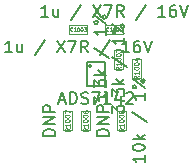
<source format=gbr>
G04 #@! TF.GenerationSoftware,KiCad,Pcbnew,(5.1.6-14-g3ac0951e1-dirty)*
G04 #@! TF.CreationDate,2021-04-17T10:51:59+02:00*
G04 #@! TF.ProjectId,A003.0000017200_DM.ADS7142.BOB,41303033-2e30-4303-9030-303137323030,rev?*
G04 #@! TF.SameCoordinates,Original*
G04 #@! TF.FileFunction,Other,Fab,Top*
%FSLAX46Y46*%
G04 Gerber Fmt 4.6, Leading zero omitted, Abs format (unit mm)*
G04 Created by KiCad (PCBNEW (5.1.6-14-g3ac0951e1-dirty)) date 2021-04-17 10:51:59*
%MOMM*%
%LPD*%
G01*
G04 APERTURE LIST*
%ADD10C,0.100000*%
%ADD11C,0.152400*%
%ADD12C,0.150000*%
%ADD13C,0.075000*%
G04 APERTURE END LIST*
D10*
X134512000Y-84620000D02*
X133712000Y-84620000D01*
X134512000Y-83020000D02*
X134512000Y-84620000D01*
X133712000Y-83020000D02*
X134512000Y-83020000D01*
X133712000Y-84620000D02*
X133712000Y-83020000D01*
X134982000Y-78575000D02*
X135782000Y-78575000D01*
X134982000Y-80175000D02*
X134982000Y-78575000D01*
X135782000Y-80175000D02*
X134982000Y-80175000D01*
X135782000Y-78575000D02*
X135782000Y-80175000D01*
X133458000Y-77813000D02*
X134258000Y-77813000D01*
X133458000Y-79413000D02*
X133458000Y-77813000D01*
X134258000Y-79413000D02*
X133458000Y-79413000D01*
X134258000Y-77813000D02*
X134258000Y-79413000D01*
D11*
X132728000Y-80908002D02*
X132728000Y-78857998D01*
X131178000Y-80908002D02*
X132728000Y-80908002D01*
X131178000Y-80908002D02*
X131178000Y-78857998D01*
X131178000Y-78857998D02*
X132728000Y-78857998D01*
X131603001Y-79182999D02*
G75*
G03*
X131603001Y-79182999I-150000J0D01*
G01*
D10*
X129140000Y-83020000D02*
X129940000Y-83020000D01*
X129140000Y-84620000D02*
X129140000Y-83020000D01*
X129940000Y-84620000D02*
X129140000Y-84620000D01*
X129940000Y-83020000D02*
X129940000Y-84620000D01*
X131464000Y-84620000D02*
X130664000Y-84620000D01*
X131464000Y-83020000D02*
X131464000Y-84620000D01*
X130664000Y-83020000D02*
X131464000Y-83020000D01*
X130664000Y-84620000D02*
X130664000Y-83020000D01*
X134277000Y-76473000D02*
X132677000Y-76473000D01*
X132677000Y-76473000D02*
X132677000Y-75673000D01*
X132677000Y-75673000D02*
X134277000Y-75673000D01*
X134277000Y-75673000D02*
X134277000Y-76473000D01*
X129629000Y-75673000D02*
X131229000Y-75673000D01*
X131229000Y-75673000D02*
X131229000Y-76473000D01*
X131229000Y-76473000D02*
X129629000Y-76473000D01*
X129629000Y-76473000D02*
X129629000Y-75673000D01*
D12*
X136064380Y-86748571D02*
X136064380Y-87320000D01*
X136064380Y-87034285D02*
X135064380Y-87034285D01*
X135207238Y-87129523D01*
X135302476Y-87224761D01*
X135350095Y-87320000D01*
X135064380Y-86129523D02*
X135064380Y-86034285D01*
X135112000Y-85939047D01*
X135159619Y-85891428D01*
X135254857Y-85843809D01*
X135445333Y-85796190D01*
X135683428Y-85796190D01*
X135873904Y-85843809D01*
X135969142Y-85891428D01*
X136016761Y-85939047D01*
X136064380Y-86034285D01*
X136064380Y-86129523D01*
X136016761Y-86224761D01*
X135969142Y-86272380D01*
X135873904Y-86320000D01*
X135683428Y-86367619D01*
X135445333Y-86367619D01*
X135254857Y-86320000D01*
X135159619Y-86272380D01*
X135112000Y-86224761D01*
X135064380Y-86129523D01*
X136064380Y-85367619D02*
X135064380Y-85367619D01*
X135683428Y-85272380D02*
X136064380Y-84986666D01*
X135397714Y-84986666D02*
X135778666Y-85367619D01*
X135016761Y-83081904D02*
X136302476Y-83939047D01*
X136064380Y-81462857D02*
X136064380Y-82034285D01*
X136064380Y-81748571D02*
X135064380Y-81748571D01*
X135207238Y-81843809D01*
X135302476Y-81939047D01*
X135350095Y-82034285D01*
X136064380Y-81081904D02*
X135064380Y-80320000D01*
X135064380Y-80939047D02*
X135112000Y-80843809D01*
X135207238Y-80796190D01*
X135302476Y-80843809D01*
X135350095Y-80939047D01*
X135302476Y-81034285D01*
X135207238Y-81081904D01*
X135112000Y-81034285D01*
X135064380Y-80939047D01*
X136016761Y-80367619D02*
X135921523Y-80320000D01*
X135826285Y-80367619D01*
X135778666Y-80462857D01*
X135826285Y-80558095D01*
X135921523Y-80605714D01*
X136016761Y-80558095D01*
X136064380Y-80462857D01*
X136016761Y-80367619D01*
D13*
X134292952Y-84458095D02*
X134102476Y-84591428D01*
X134292952Y-84686666D02*
X133892952Y-84686666D01*
X133892952Y-84534285D01*
X133912000Y-84496190D01*
X133931047Y-84477142D01*
X133969142Y-84458095D01*
X134026285Y-84458095D01*
X134064380Y-84477142D01*
X134083428Y-84496190D01*
X134102476Y-84534285D01*
X134102476Y-84686666D01*
X134292952Y-84077142D02*
X134292952Y-84305714D01*
X134292952Y-84191428D02*
X133892952Y-84191428D01*
X133950095Y-84229523D01*
X133988190Y-84267619D01*
X134007238Y-84305714D01*
X133892952Y-83829523D02*
X133892952Y-83791428D01*
X133912000Y-83753333D01*
X133931047Y-83734285D01*
X133969142Y-83715238D01*
X134045333Y-83696190D01*
X134140571Y-83696190D01*
X134216761Y-83715238D01*
X134254857Y-83734285D01*
X134273904Y-83753333D01*
X134292952Y-83791428D01*
X134292952Y-83829523D01*
X134273904Y-83867619D01*
X134254857Y-83886666D01*
X134216761Y-83905714D01*
X134140571Y-83924761D01*
X134045333Y-83924761D01*
X133969142Y-83905714D01*
X133931047Y-83886666D01*
X133912000Y-83867619D01*
X133892952Y-83829523D01*
X133892952Y-83448571D02*
X133892952Y-83410476D01*
X133912000Y-83372380D01*
X133931047Y-83353333D01*
X133969142Y-83334285D01*
X134045333Y-83315238D01*
X134140571Y-83315238D01*
X134216761Y-83334285D01*
X134254857Y-83353333D01*
X134273904Y-83372380D01*
X134292952Y-83410476D01*
X134292952Y-83448571D01*
X134273904Y-83486666D01*
X134254857Y-83505714D01*
X134216761Y-83524761D01*
X134140571Y-83543809D01*
X134045333Y-83543809D01*
X133969142Y-83524761D01*
X133931047Y-83505714D01*
X133912000Y-83486666D01*
X133892952Y-83448571D01*
X133892952Y-82953333D02*
X133892952Y-83143809D01*
X134083428Y-83162857D01*
X134064380Y-83143809D01*
X134045333Y-83105714D01*
X134045333Y-83010476D01*
X134064380Y-82972380D01*
X134083428Y-82953333D01*
X134121523Y-82934285D01*
X134216761Y-82934285D01*
X134254857Y-82953333D01*
X134273904Y-82972380D01*
X134292952Y-83010476D01*
X134292952Y-83105714D01*
X134273904Y-83143809D01*
X134254857Y-83162857D01*
D12*
X133334380Y-83160714D02*
X133334380Y-82541666D01*
X133715333Y-82875000D01*
X133715333Y-82732142D01*
X133762952Y-82636904D01*
X133810571Y-82589285D01*
X133905809Y-82541666D01*
X134143904Y-82541666D01*
X134239142Y-82589285D01*
X134286761Y-82636904D01*
X134334380Y-82732142D01*
X134334380Y-83017857D01*
X134286761Y-83113095D01*
X134239142Y-83160714D01*
X134239142Y-82113095D02*
X134286761Y-82065476D01*
X134334380Y-82113095D01*
X134286761Y-82160714D01*
X134239142Y-82113095D01*
X134334380Y-82113095D01*
X133334380Y-81732142D02*
X133334380Y-81113095D01*
X133715333Y-81446428D01*
X133715333Y-81303571D01*
X133762952Y-81208333D01*
X133810571Y-81160714D01*
X133905809Y-81113095D01*
X134143904Y-81113095D01*
X134239142Y-81160714D01*
X134286761Y-81208333D01*
X134334380Y-81303571D01*
X134334380Y-81589285D01*
X134286761Y-81684523D01*
X134239142Y-81732142D01*
X134334380Y-80684523D02*
X133334380Y-80684523D01*
X133953428Y-80589285D02*
X134334380Y-80303571D01*
X133667714Y-80303571D02*
X134048666Y-80684523D01*
X133286761Y-78398809D02*
X134572476Y-79255952D01*
X134334380Y-76779761D02*
X134334380Y-77351190D01*
X134334380Y-77065476D02*
X133334380Y-77065476D01*
X133477238Y-77160714D01*
X133572476Y-77255952D01*
X133620095Y-77351190D01*
X134334380Y-76398809D02*
X133334380Y-75636904D01*
X133334380Y-76255952D02*
X133382000Y-76160714D01*
X133477238Y-76113095D01*
X133572476Y-76160714D01*
X133620095Y-76255952D01*
X133572476Y-76351190D01*
X133477238Y-76398809D01*
X133382000Y-76351190D01*
X133334380Y-76255952D01*
X134286761Y-75684523D02*
X134191523Y-75636904D01*
X134096285Y-75684523D01*
X134048666Y-75779761D01*
X134096285Y-75875000D01*
X134191523Y-75922619D01*
X134286761Y-75875000D01*
X134334380Y-75779761D01*
X134286761Y-75684523D01*
D13*
X135562952Y-80013095D02*
X135372476Y-80146428D01*
X135562952Y-80241666D02*
X135162952Y-80241666D01*
X135162952Y-80089285D01*
X135182000Y-80051190D01*
X135201047Y-80032142D01*
X135239142Y-80013095D01*
X135296285Y-80013095D01*
X135334380Y-80032142D01*
X135353428Y-80051190D01*
X135372476Y-80089285D01*
X135372476Y-80241666D01*
X135562952Y-79632142D02*
X135562952Y-79860714D01*
X135562952Y-79746428D02*
X135162952Y-79746428D01*
X135220095Y-79784523D01*
X135258190Y-79822619D01*
X135277238Y-79860714D01*
X135162952Y-79384523D02*
X135162952Y-79346428D01*
X135182000Y-79308333D01*
X135201047Y-79289285D01*
X135239142Y-79270238D01*
X135315333Y-79251190D01*
X135410571Y-79251190D01*
X135486761Y-79270238D01*
X135524857Y-79289285D01*
X135543904Y-79308333D01*
X135562952Y-79346428D01*
X135562952Y-79384523D01*
X135543904Y-79422619D01*
X135524857Y-79441666D01*
X135486761Y-79460714D01*
X135410571Y-79479761D01*
X135315333Y-79479761D01*
X135239142Y-79460714D01*
X135201047Y-79441666D01*
X135182000Y-79422619D01*
X135162952Y-79384523D01*
X135162952Y-79003571D02*
X135162952Y-78965476D01*
X135182000Y-78927380D01*
X135201047Y-78908333D01*
X135239142Y-78889285D01*
X135315333Y-78870238D01*
X135410571Y-78870238D01*
X135486761Y-78889285D01*
X135524857Y-78908333D01*
X135543904Y-78927380D01*
X135562952Y-78965476D01*
X135562952Y-79003571D01*
X135543904Y-79041666D01*
X135524857Y-79060714D01*
X135486761Y-79079761D01*
X135410571Y-79098809D01*
X135315333Y-79098809D01*
X135239142Y-79079761D01*
X135201047Y-79060714D01*
X135182000Y-79041666D01*
X135162952Y-79003571D01*
X135296285Y-78527380D02*
X135562952Y-78527380D01*
X135143904Y-78622619D02*
X135429619Y-78717857D01*
X135429619Y-78470238D01*
D12*
X131810380Y-82398714D02*
X131810380Y-81779666D01*
X132191333Y-82113000D01*
X132191333Y-81970142D01*
X132238952Y-81874904D01*
X132286571Y-81827285D01*
X132381809Y-81779666D01*
X132619904Y-81779666D01*
X132715142Y-81827285D01*
X132762761Y-81874904D01*
X132810380Y-81970142D01*
X132810380Y-82255857D01*
X132762761Y-82351095D01*
X132715142Y-82398714D01*
X132715142Y-81351095D02*
X132762761Y-81303476D01*
X132810380Y-81351095D01*
X132762761Y-81398714D01*
X132715142Y-81351095D01*
X132810380Y-81351095D01*
X131810380Y-80970142D02*
X131810380Y-80351095D01*
X132191333Y-80684428D01*
X132191333Y-80541571D01*
X132238952Y-80446333D01*
X132286571Y-80398714D01*
X132381809Y-80351095D01*
X132619904Y-80351095D01*
X132715142Y-80398714D01*
X132762761Y-80446333D01*
X132810380Y-80541571D01*
X132810380Y-80827285D01*
X132762761Y-80922523D01*
X132715142Y-80970142D01*
X132810380Y-79922523D02*
X131810380Y-79922523D01*
X132429428Y-79827285D02*
X132810380Y-79541571D01*
X132143714Y-79541571D02*
X132524666Y-79922523D01*
X131762761Y-77636809D02*
X133048476Y-78493952D01*
X132810380Y-76017761D02*
X132810380Y-76589190D01*
X132810380Y-76303476D02*
X131810380Y-76303476D01*
X131953238Y-76398714D01*
X132048476Y-76493952D01*
X132096095Y-76589190D01*
X132810380Y-75636809D02*
X131810380Y-74874904D01*
X131810380Y-75493952D02*
X131858000Y-75398714D01*
X131953238Y-75351095D01*
X132048476Y-75398714D01*
X132096095Y-75493952D01*
X132048476Y-75589190D01*
X131953238Y-75636809D01*
X131858000Y-75589190D01*
X131810380Y-75493952D01*
X132762761Y-74922523D02*
X132667523Y-74874904D01*
X132572285Y-74922523D01*
X132524666Y-75017761D01*
X132572285Y-75113000D01*
X132667523Y-75160619D01*
X132762761Y-75113000D01*
X132810380Y-75017761D01*
X132762761Y-74922523D01*
D13*
X134038952Y-79251095D02*
X133848476Y-79384428D01*
X134038952Y-79479666D02*
X133638952Y-79479666D01*
X133638952Y-79327285D01*
X133658000Y-79289190D01*
X133677047Y-79270142D01*
X133715142Y-79251095D01*
X133772285Y-79251095D01*
X133810380Y-79270142D01*
X133829428Y-79289190D01*
X133848476Y-79327285D01*
X133848476Y-79479666D01*
X134038952Y-78870142D02*
X134038952Y-79098714D01*
X134038952Y-78984428D02*
X133638952Y-78984428D01*
X133696095Y-79022523D01*
X133734190Y-79060619D01*
X133753238Y-79098714D01*
X133638952Y-78622523D02*
X133638952Y-78584428D01*
X133658000Y-78546333D01*
X133677047Y-78527285D01*
X133715142Y-78508238D01*
X133791333Y-78489190D01*
X133886571Y-78489190D01*
X133962761Y-78508238D01*
X134000857Y-78527285D01*
X134019904Y-78546333D01*
X134038952Y-78584428D01*
X134038952Y-78622523D01*
X134019904Y-78660619D01*
X134000857Y-78679666D01*
X133962761Y-78698714D01*
X133886571Y-78717761D01*
X133791333Y-78717761D01*
X133715142Y-78698714D01*
X133677047Y-78679666D01*
X133658000Y-78660619D01*
X133638952Y-78622523D01*
X133638952Y-78241571D02*
X133638952Y-78203476D01*
X133658000Y-78165380D01*
X133677047Y-78146333D01*
X133715142Y-78127285D01*
X133791333Y-78108238D01*
X133886571Y-78108238D01*
X133962761Y-78127285D01*
X134000857Y-78146333D01*
X134019904Y-78165380D01*
X134038952Y-78203476D01*
X134038952Y-78241571D01*
X134019904Y-78279666D01*
X134000857Y-78298714D01*
X133962761Y-78317761D01*
X133886571Y-78336809D01*
X133791333Y-78336809D01*
X133715142Y-78317761D01*
X133677047Y-78298714D01*
X133658000Y-78279666D01*
X133638952Y-78241571D01*
X133638952Y-77974904D02*
X133638952Y-77727285D01*
X133791333Y-77860619D01*
X133791333Y-77803476D01*
X133810380Y-77765380D01*
X133829428Y-77746333D01*
X133867523Y-77727285D01*
X133962761Y-77727285D01*
X134000857Y-77746333D01*
X134019904Y-77765380D01*
X134038952Y-77803476D01*
X134038952Y-77917761D01*
X134019904Y-77955857D01*
X134000857Y-77974904D01*
D12*
X128858952Y-82099666D02*
X129335142Y-82099666D01*
X128763714Y-82385380D02*
X129097047Y-81385380D01*
X129430380Y-82385380D01*
X129763714Y-82385380D02*
X129763714Y-81385380D01*
X130001809Y-81385380D01*
X130144666Y-81433000D01*
X130239904Y-81528238D01*
X130287523Y-81623476D01*
X130335142Y-81813952D01*
X130335142Y-81956809D01*
X130287523Y-82147285D01*
X130239904Y-82242523D01*
X130144666Y-82337761D01*
X130001809Y-82385380D01*
X129763714Y-82385380D01*
X130716095Y-82337761D02*
X130858952Y-82385380D01*
X131097047Y-82385380D01*
X131192285Y-82337761D01*
X131239904Y-82290142D01*
X131287523Y-82194904D01*
X131287523Y-82099666D01*
X131239904Y-82004428D01*
X131192285Y-81956809D01*
X131097047Y-81909190D01*
X130906571Y-81861571D01*
X130811333Y-81813952D01*
X130763714Y-81766333D01*
X130716095Y-81671095D01*
X130716095Y-81575857D01*
X130763714Y-81480619D01*
X130811333Y-81433000D01*
X130906571Y-81385380D01*
X131144666Y-81385380D01*
X131287523Y-81433000D01*
X131620857Y-81385380D02*
X132287523Y-81385380D01*
X131858952Y-82385380D01*
X133192285Y-82385380D02*
X132620857Y-82385380D01*
X132906571Y-82385380D02*
X132906571Y-81385380D01*
X132811333Y-81528238D01*
X132716095Y-81623476D01*
X132620857Y-81671095D01*
X134049428Y-81718714D02*
X134049428Y-82385380D01*
X133811333Y-81337761D02*
X133573238Y-82052047D01*
X134192285Y-82052047D01*
X134525619Y-81480619D02*
X134573238Y-81433000D01*
X134668476Y-81385380D01*
X134906571Y-81385380D01*
X135001809Y-81433000D01*
X135049428Y-81480619D01*
X135097047Y-81575857D01*
X135097047Y-81671095D01*
X135049428Y-81813952D01*
X134478000Y-82385380D01*
X135097047Y-82385380D01*
X128492380Y-85105714D02*
X127492380Y-85105714D01*
X127492380Y-84867619D01*
X127540000Y-84724761D01*
X127635238Y-84629523D01*
X127730476Y-84581904D01*
X127920952Y-84534285D01*
X128063809Y-84534285D01*
X128254285Y-84581904D01*
X128349523Y-84629523D01*
X128444761Y-84724761D01*
X128492380Y-84867619D01*
X128492380Y-85105714D01*
X128492380Y-84105714D02*
X127492380Y-84105714D01*
X128492380Y-83534285D01*
X127492380Y-83534285D01*
X128492380Y-83058095D02*
X127492380Y-83058095D01*
X127492380Y-82677142D01*
X127540000Y-82581904D01*
X127587619Y-82534285D01*
X127682857Y-82486666D01*
X127825714Y-82486666D01*
X127920952Y-82534285D01*
X127968571Y-82581904D01*
X128016190Y-82677142D01*
X128016190Y-83058095D01*
D13*
X129720952Y-84458095D02*
X129530476Y-84591428D01*
X129720952Y-84686666D02*
X129320952Y-84686666D01*
X129320952Y-84534285D01*
X129340000Y-84496190D01*
X129359047Y-84477142D01*
X129397142Y-84458095D01*
X129454285Y-84458095D01*
X129492380Y-84477142D01*
X129511428Y-84496190D01*
X129530476Y-84534285D01*
X129530476Y-84686666D01*
X129720952Y-84077142D02*
X129720952Y-84305714D01*
X129720952Y-84191428D02*
X129320952Y-84191428D01*
X129378095Y-84229523D01*
X129416190Y-84267619D01*
X129435238Y-84305714D01*
X129320952Y-83829523D02*
X129320952Y-83791428D01*
X129340000Y-83753333D01*
X129359047Y-83734285D01*
X129397142Y-83715238D01*
X129473333Y-83696190D01*
X129568571Y-83696190D01*
X129644761Y-83715238D01*
X129682857Y-83734285D01*
X129701904Y-83753333D01*
X129720952Y-83791428D01*
X129720952Y-83829523D01*
X129701904Y-83867619D01*
X129682857Y-83886666D01*
X129644761Y-83905714D01*
X129568571Y-83924761D01*
X129473333Y-83924761D01*
X129397142Y-83905714D01*
X129359047Y-83886666D01*
X129340000Y-83867619D01*
X129320952Y-83829523D01*
X129320952Y-83448571D02*
X129320952Y-83410476D01*
X129340000Y-83372380D01*
X129359047Y-83353333D01*
X129397142Y-83334285D01*
X129473333Y-83315238D01*
X129568571Y-83315238D01*
X129644761Y-83334285D01*
X129682857Y-83353333D01*
X129701904Y-83372380D01*
X129720952Y-83410476D01*
X129720952Y-83448571D01*
X129701904Y-83486666D01*
X129682857Y-83505714D01*
X129644761Y-83524761D01*
X129568571Y-83543809D01*
X129473333Y-83543809D01*
X129397142Y-83524761D01*
X129359047Y-83505714D01*
X129340000Y-83486666D01*
X129320952Y-83448571D01*
X129320952Y-83181904D02*
X129320952Y-82915238D01*
X129720952Y-83086666D01*
D12*
X133016380Y-85105714D02*
X132016380Y-85105714D01*
X132016380Y-84867619D01*
X132064000Y-84724761D01*
X132159238Y-84629523D01*
X132254476Y-84581904D01*
X132444952Y-84534285D01*
X132587809Y-84534285D01*
X132778285Y-84581904D01*
X132873523Y-84629523D01*
X132968761Y-84724761D01*
X133016380Y-84867619D01*
X133016380Y-85105714D01*
X133016380Y-84105714D02*
X132016380Y-84105714D01*
X133016380Y-83534285D01*
X132016380Y-83534285D01*
X133016380Y-83058095D02*
X132016380Y-83058095D01*
X132016380Y-82677142D01*
X132064000Y-82581904D01*
X132111619Y-82534285D01*
X132206857Y-82486666D01*
X132349714Y-82486666D01*
X132444952Y-82534285D01*
X132492571Y-82581904D01*
X132540190Y-82677142D01*
X132540190Y-83058095D01*
D13*
X131244952Y-84458095D02*
X131054476Y-84591428D01*
X131244952Y-84686666D02*
X130844952Y-84686666D01*
X130844952Y-84534285D01*
X130864000Y-84496190D01*
X130883047Y-84477142D01*
X130921142Y-84458095D01*
X130978285Y-84458095D01*
X131016380Y-84477142D01*
X131035428Y-84496190D01*
X131054476Y-84534285D01*
X131054476Y-84686666D01*
X131244952Y-84077142D02*
X131244952Y-84305714D01*
X131244952Y-84191428D02*
X130844952Y-84191428D01*
X130902095Y-84229523D01*
X130940190Y-84267619D01*
X130959238Y-84305714D01*
X130844952Y-83829523D02*
X130844952Y-83791428D01*
X130864000Y-83753333D01*
X130883047Y-83734285D01*
X130921142Y-83715238D01*
X130997333Y-83696190D01*
X131092571Y-83696190D01*
X131168761Y-83715238D01*
X131206857Y-83734285D01*
X131225904Y-83753333D01*
X131244952Y-83791428D01*
X131244952Y-83829523D01*
X131225904Y-83867619D01*
X131206857Y-83886666D01*
X131168761Y-83905714D01*
X131092571Y-83924761D01*
X130997333Y-83924761D01*
X130921142Y-83905714D01*
X130883047Y-83886666D01*
X130864000Y-83867619D01*
X130844952Y-83829523D01*
X130844952Y-83448571D02*
X130844952Y-83410476D01*
X130864000Y-83372380D01*
X130883047Y-83353333D01*
X130921142Y-83334285D01*
X130997333Y-83315238D01*
X131092571Y-83315238D01*
X131168761Y-83334285D01*
X131206857Y-83353333D01*
X131225904Y-83372380D01*
X131244952Y-83410476D01*
X131244952Y-83448571D01*
X131225904Y-83486666D01*
X131206857Y-83505714D01*
X131168761Y-83524761D01*
X131092571Y-83543809D01*
X130997333Y-83543809D01*
X130921142Y-83524761D01*
X130883047Y-83505714D01*
X130864000Y-83486666D01*
X130844952Y-83448571D01*
X130844952Y-82972380D02*
X130844952Y-83048571D01*
X130864000Y-83086666D01*
X130883047Y-83105714D01*
X130940190Y-83143809D01*
X131016380Y-83162857D01*
X131168761Y-83162857D01*
X131206857Y-83143809D01*
X131225904Y-83124761D01*
X131244952Y-83086666D01*
X131244952Y-83010476D01*
X131225904Y-82972380D01*
X131206857Y-82953333D01*
X131168761Y-82934285D01*
X131073523Y-82934285D01*
X131035428Y-82953333D01*
X131016380Y-82972380D01*
X130997333Y-83010476D01*
X130997333Y-83086666D01*
X131016380Y-83124761D01*
X131035428Y-83143809D01*
X131073523Y-83162857D01*
D12*
X127905571Y-75025380D02*
X127334142Y-75025380D01*
X127619857Y-75025380D02*
X127619857Y-74025380D01*
X127524619Y-74168238D01*
X127429380Y-74263476D01*
X127334142Y-74311095D01*
X128762714Y-74358714D02*
X128762714Y-75025380D01*
X128334142Y-74358714D02*
X128334142Y-74882523D01*
X128381761Y-74977761D01*
X128477000Y-75025380D01*
X128619857Y-75025380D01*
X128715095Y-74977761D01*
X128762714Y-74930142D01*
X130715095Y-73977761D02*
X129857952Y-75263476D01*
X131715095Y-74025380D02*
X132381761Y-75025380D01*
X132381761Y-74025380D02*
X131715095Y-75025380D01*
X132667476Y-74025380D02*
X133334142Y-74025380D01*
X132905571Y-75025380D01*
X134286523Y-75025380D02*
X133953190Y-74549190D01*
X133715095Y-75025380D02*
X133715095Y-74025380D01*
X134096047Y-74025380D01*
X134191285Y-74073000D01*
X134238904Y-74120619D01*
X134286523Y-74215857D01*
X134286523Y-74358714D01*
X134238904Y-74453952D01*
X134191285Y-74501571D01*
X134096047Y-74549190D01*
X133715095Y-74549190D01*
X136191285Y-73977761D02*
X135334142Y-75263476D01*
X137810333Y-75025380D02*
X137238904Y-75025380D01*
X137524619Y-75025380D02*
X137524619Y-74025380D01*
X137429380Y-74168238D01*
X137334142Y-74263476D01*
X137238904Y-74311095D01*
X138667476Y-74025380D02*
X138477000Y-74025380D01*
X138381761Y-74073000D01*
X138334142Y-74120619D01*
X138238904Y-74263476D01*
X138191285Y-74453952D01*
X138191285Y-74834904D01*
X138238904Y-74930142D01*
X138286523Y-74977761D01*
X138381761Y-75025380D01*
X138572238Y-75025380D01*
X138667476Y-74977761D01*
X138715095Y-74930142D01*
X138762714Y-74834904D01*
X138762714Y-74596809D01*
X138715095Y-74501571D01*
X138667476Y-74453952D01*
X138572238Y-74406333D01*
X138381761Y-74406333D01*
X138286523Y-74453952D01*
X138238904Y-74501571D01*
X138191285Y-74596809D01*
X139048428Y-74025380D02*
X139381761Y-75025380D01*
X139715095Y-74025380D01*
D13*
X132998428Y-76180142D02*
X132984142Y-76194428D01*
X132941285Y-76208714D01*
X132912714Y-76208714D01*
X132869857Y-76194428D01*
X132841285Y-76165857D01*
X132827000Y-76137285D01*
X132812714Y-76080142D01*
X132812714Y-76037285D01*
X132827000Y-75980142D01*
X132841285Y-75951571D01*
X132869857Y-75923000D01*
X132912714Y-75908714D01*
X132941285Y-75908714D01*
X132984142Y-75923000D01*
X132998428Y-75937285D01*
X133284142Y-76208714D02*
X133112714Y-76208714D01*
X133198428Y-76208714D02*
X133198428Y-75908714D01*
X133169857Y-75951571D01*
X133141285Y-75980142D01*
X133112714Y-75994428D01*
X133469857Y-75908714D02*
X133498428Y-75908714D01*
X133527000Y-75923000D01*
X133541285Y-75937285D01*
X133555571Y-75965857D01*
X133569857Y-76023000D01*
X133569857Y-76094428D01*
X133555571Y-76151571D01*
X133541285Y-76180142D01*
X133527000Y-76194428D01*
X133498428Y-76208714D01*
X133469857Y-76208714D01*
X133441285Y-76194428D01*
X133427000Y-76180142D01*
X133412714Y-76151571D01*
X133398428Y-76094428D01*
X133398428Y-76023000D01*
X133412714Y-75965857D01*
X133427000Y-75937285D01*
X133441285Y-75923000D01*
X133469857Y-75908714D01*
X133755571Y-75908714D02*
X133784142Y-75908714D01*
X133812714Y-75923000D01*
X133827000Y-75937285D01*
X133841285Y-75965857D01*
X133855571Y-76023000D01*
X133855571Y-76094428D01*
X133841285Y-76151571D01*
X133827000Y-76180142D01*
X133812714Y-76194428D01*
X133784142Y-76208714D01*
X133755571Y-76208714D01*
X133727000Y-76194428D01*
X133712714Y-76180142D01*
X133698428Y-76151571D01*
X133684142Y-76094428D01*
X133684142Y-76023000D01*
X133698428Y-75965857D01*
X133712714Y-75937285D01*
X133727000Y-75923000D01*
X133755571Y-75908714D01*
X134112714Y-76008714D02*
X134112714Y-76208714D01*
X134041285Y-75894428D02*
X133969857Y-76108714D01*
X134155571Y-76108714D01*
D12*
X124857571Y-78025380D02*
X124286142Y-78025380D01*
X124571857Y-78025380D02*
X124571857Y-77025380D01*
X124476619Y-77168238D01*
X124381380Y-77263476D01*
X124286142Y-77311095D01*
X125714714Y-77358714D02*
X125714714Y-78025380D01*
X125286142Y-77358714D02*
X125286142Y-77882523D01*
X125333761Y-77977761D01*
X125429000Y-78025380D01*
X125571857Y-78025380D01*
X125667095Y-77977761D01*
X125714714Y-77930142D01*
X127667095Y-76977761D02*
X126809952Y-78263476D01*
X128667095Y-77025380D02*
X129333761Y-78025380D01*
X129333761Y-77025380D02*
X128667095Y-78025380D01*
X129619476Y-77025380D02*
X130286142Y-77025380D01*
X129857571Y-78025380D01*
X131238523Y-78025380D02*
X130905190Y-77549190D01*
X130667095Y-78025380D02*
X130667095Y-77025380D01*
X131048047Y-77025380D01*
X131143285Y-77073000D01*
X131190904Y-77120619D01*
X131238523Y-77215857D01*
X131238523Y-77358714D01*
X131190904Y-77453952D01*
X131143285Y-77501571D01*
X131048047Y-77549190D01*
X130667095Y-77549190D01*
X133143285Y-76977761D02*
X132286142Y-78263476D01*
X134762333Y-78025380D02*
X134190904Y-78025380D01*
X134476619Y-78025380D02*
X134476619Y-77025380D01*
X134381380Y-77168238D01*
X134286142Y-77263476D01*
X134190904Y-77311095D01*
X135619476Y-77025380D02*
X135429000Y-77025380D01*
X135333761Y-77073000D01*
X135286142Y-77120619D01*
X135190904Y-77263476D01*
X135143285Y-77453952D01*
X135143285Y-77834904D01*
X135190904Y-77930142D01*
X135238523Y-77977761D01*
X135333761Y-78025380D01*
X135524238Y-78025380D01*
X135619476Y-77977761D01*
X135667095Y-77930142D01*
X135714714Y-77834904D01*
X135714714Y-77596809D01*
X135667095Y-77501571D01*
X135619476Y-77453952D01*
X135524238Y-77406333D01*
X135333761Y-77406333D01*
X135238523Y-77453952D01*
X135190904Y-77501571D01*
X135143285Y-77596809D01*
X136000428Y-77025380D02*
X136333761Y-78025380D01*
X136667095Y-77025380D01*
D13*
X129950428Y-76180142D02*
X129936142Y-76194428D01*
X129893285Y-76208714D01*
X129864714Y-76208714D01*
X129821857Y-76194428D01*
X129793285Y-76165857D01*
X129779000Y-76137285D01*
X129764714Y-76080142D01*
X129764714Y-76037285D01*
X129779000Y-75980142D01*
X129793285Y-75951571D01*
X129821857Y-75923000D01*
X129864714Y-75908714D01*
X129893285Y-75908714D01*
X129936142Y-75923000D01*
X129950428Y-75937285D01*
X130236142Y-76208714D02*
X130064714Y-76208714D01*
X130150428Y-76208714D02*
X130150428Y-75908714D01*
X130121857Y-75951571D01*
X130093285Y-75980142D01*
X130064714Y-75994428D01*
X130421857Y-75908714D02*
X130450428Y-75908714D01*
X130479000Y-75923000D01*
X130493285Y-75937285D01*
X130507571Y-75965857D01*
X130521857Y-76023000D01*
X130521857Y-76094428D01*
X130507571Y-76151571D01*
X130493285Y-76180142D01*
X130479000Y-76194428D01*
X130450428Y-76208714D01*
X130421857Y-76208714D01*
X130393285Y-76194428D01*
X130379000Y-76180142D01*
X130364714Y-76151571D01*
X130350428Y-76094428D01*
X130350428Y-76023000D01*
X130364714Y-75965857D01*
X130379000Y-75937285D01*
X130393285Y-75923000D01*
X130421857Y-75908714D01*
X130707571Y-75908714D02*
X130736142Y-75908714D01*
X130764714Y-75923000D01*
X130779000Y-75937285D01*
X130793285Y-75965857D01*
X130807571Y-76023000D01*
X130807571Y-76094428D01*
X130793285Y-76151571D01*
X130779000Y-76180142D01*
X130764714Y-76194428D01*
X130736142Y-76208714D01*
X130707571Y-76208714D01*
X130679000Y-76194428D01*
X130664714Y-76180142D01*
X130650428Y-76151571D01*
X130636142Y-76094428D01*
X130636142Y-76023000D01*
X130650428Y-75965857D01*
X130664714Y-75937285D01*
X130679000Y-75923000D01*
X130707571Y-75908714D01*
X130907571Y-75908714D02*
X131093285Y-75908714D01*
X130993285Y-76023000D01*
X131036142Y-76023000D01*
X131064714Y-76037285D01*
X131079000Y-76051571D01*
X131093285Y-76080142D01*
X131093285Y-76151571D01*
X131079000Y-76180142D01*
X131064714Y-76194428D01*
X131036142Y-76208714D01*
X130950428Y-76208714D01*
X130921857Y-76194428D01*
X130907571Y-76180142D01*
M02*

</source>
